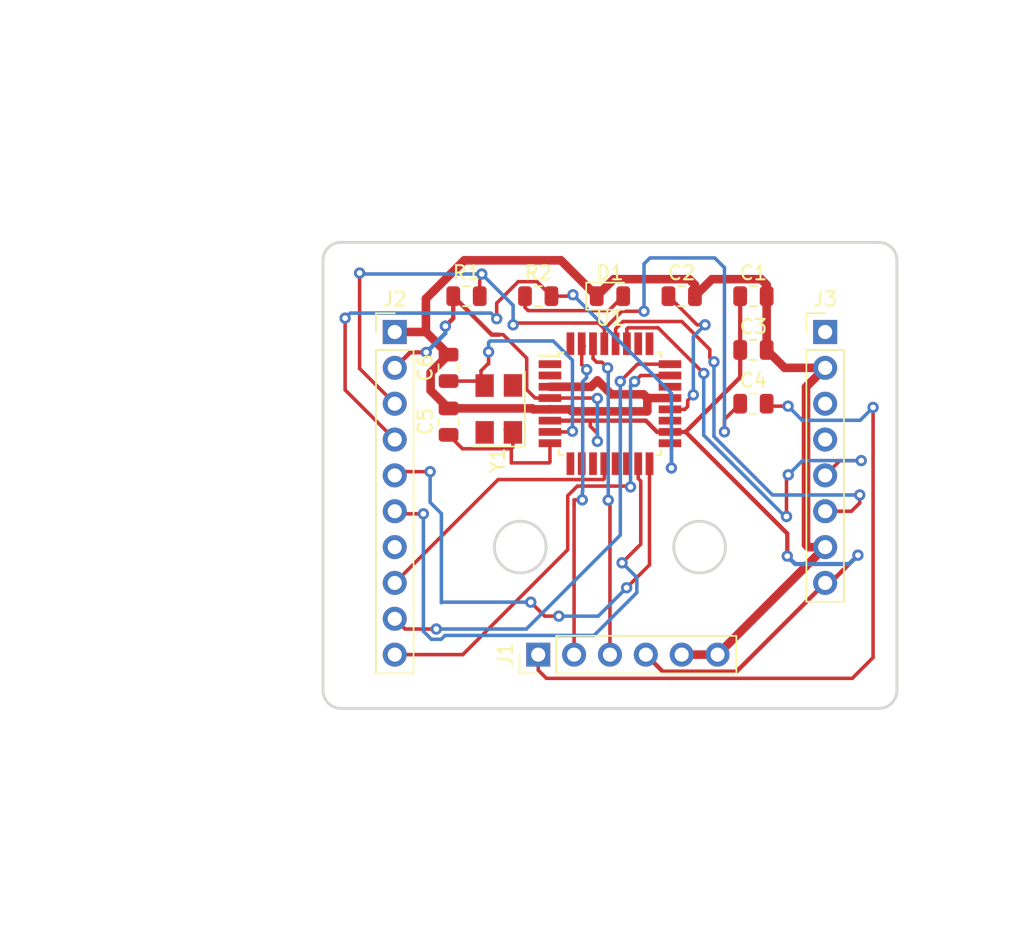
<source format=kicad_pcb>
(kicad_pcb (version 20171130) (host pcbnew "(5.0.0)")

  (general
    (thickness 1.6)
    (drawings 18)
    (tracks 312)
    (zones 0)
    (modules 14)
    (nets 35)
  )

  (page A4)
  (layers
    (0 F.Cu signal)
    (31 B.Cu signal)
    (32 B.Adhes user)
    (33 F.Adhes user)
    (34 B.Paste user)
    (35 F.Paste user)
    (36 B.SilkS user)
    (37 F.SilkS user)
    (38 B.Mask user)
    (39 F.Mask user)
    (40 Dwgs.User user)
    (41 Cmts.User user)
    (42 Eco1.User user)
    (43 Eco2.User user)
    (44 Edge.Cuts user)
    (45 Margin user)
    (46 B.CrtYd user)
    (47 F.CrtYd user)
    (48 B.Fab user)
    (49 F.Fab user)
  )

  (setup
    (last_trace_width 0.25)
    (user_trace_width 0.3048)
    (user_trace_width 0.6096)
    (trace_clearance 0.2)
    (zone_clearance 0.508)
    (zone_45_only no)
    (trace_min 0.2)
    (segment_width 0.2)
    (edge_width 0.2)
    (via_size 0.8)
    (via_drill 0.4)
    (via_min_size 0.4)
    (via_min_drill 0.3)
    (uvia_size 0.3)
    (uvia_drill 0.1)
    (uvias_allowed no)
    (uvia_min_size 0.2)
    (uvia_min_drill 0.1)
    (pcb_text_width 0.3)
    (pcb_text_size 1.5 1.5)
    (mod_edge_width 0.15)
    (mod_text_size 1 1)
    (mod_text_width 0.15)
    (pad_size 1.524 1.524)
    (pad_drill 0.762)
    (pad_to_mask_clearance 0.2)
    (aux_axis_origin 37.465 170.18)
    (visible_elements 7FFFFFFF)
    (pcbplotparams
      (layerselection 0x00008_7ffffffe)
      (usegerberextensions false)
      (usegerberattributes false)
      (usegerberadvancedattributes false)
      (creategerberjobfile false)
      (excludeedgelayer true)
      (linewidth 0.100000)
      (plotframeref false)
      (viasonmask false)
      (mode 1)
      (useauxorigin false)
      (hpglpennumber 1)
      (hpglpenspeed 20)
      (hpglpendiameter 15.000000)
      (psnegative false)
      (psa4output false)
      (plotreference true)
      (plotvalue true)
      (plotinvisibletext false)
      (padsonsilk false)
      (subtractmaskfromsilk false)
      (outputformat 1)
      (mirror false)
      (drillshape 0)
      (scaleselection 1)
      (outputdirectory "./"))
  )

  (net 0 "")
  (net 1 GND)
  (net 2 +5V)
  (net 3 "Net-(C2-Pad1)")
  (net 4 "Net-(C4-Pad2)")
  (net 5 RESET)
  (net 6 "Net-(C5-Pad1)")
  (net 7 "Net-(C6-Pad1)")
  (net 8 "Net-(D1-Pad2)")
  (net 9 TXD)
  (net 10 RXD)
  (net 11 SCK)
  (net 12 MISO)
  (net 13 MOSI)
  (net 14 PB0)
  (net 15 ADC1)
  (net 16 ADC0)
  (net 17 "Net-(J3-Pad1)")
  (net 18 "Net-(J3-Pad3)")
  (net 19 "Net-(J3-Pad4)")
  (net 20 SDA)
  (net 21 SCL)
  (net 22 "Net-(U1-Pad1)")
  (net 23 "Net-(U1-Pad2)")
  (net 24 "Net-(U1-Pad9)")
  (net 25 "Net-(U1-Pad10)")
  (net 26 "Net-(U1-Pad11)")
  (net 27 "Net-(U1-Pad14)")
  (net 28 "Net-(U1-Pad19)")
  (net 29 "Net-(U1-Pad22)")
  (net 30 "Net-(U1-Pad25)")
  (net 31 "Net-(U1-Pad26)")
  (net 32 "Net-(U1-Pad32)")
  (net 33 "Net-(J2-Pad7)")
  (net 34 "Net-(U1-Pad13)")

  (net_class Default "This is the default net class."
    (clearance 0.2)
    (trace_width 0.25)
    (via_dia 0.8)
    (via_drill 0.4)
    (uvia_dia 0.3)
    (uvia_drill 0.1)
    (add_net +5V)
    (add_net ADC0)
    (add_net ADC1)
    (add_net GND)
    (add_net MISO)
    (add_net MOSI)
    (add_net "Net-(C2-Pad1)")
    (add_net "Net-(C4-Pad2)")
    (add_net "Net-(C5-Pad1)")
    (add_net "Net-(C6-Pad1)")
    (add_net "Net-(D1-Pad2)")
    (add_net "Net-(J2-Pad7)")
    (add_net "Net-(J3-Pad1)")
    (add_net "Net-(J3-Pad3)")
    (add_net "Net-(J3-Pad4)")
    (add_net "Net-(U1-Pad1)")
    (add_net "Net-(U1-Pad10)")
    (add_net "Net-(U1-Pad11)")
    (add_net "Net-(U1-Pad13)")
    (add_net "Net-(U1-Pad14)")
    (add_net "Net-(U1-Pad19)")
    (add_net "Net-(U1-Pad2)")
    (add_net "Net-(U1-Pad22)")
    (add_net "Net-(U1-Pad25)")
    (add_net "Net-(U1-Pad26)")
    (add_net "Net-(U1-Pad32)")
    (add_net "Net-(U1-Pad9)")
    (add_net PB0)
    (add_net RESET)
    (add_net RXD)
    (add_net SCK)
    (add_net SCL)
    (add_net SDA)
    (add_net TXD)
  )

  (module Capacitor_SMD:C_0805_2012Metric (layer F.Cu) (tedit 5B36C52B) (tstamp 5C97E1FB)
    (at 213.36 83.82)
    (descr "Capacitor SMD 0805 (2012 Metric), square (rectangular) end terminal, IPC_7351 nominal, (Body size source: https://docs.google.com/spreadsheets/d/1BsfQQcO9C6DZCsRaXUlFlo91Tg2WpOkGARC1WS5S8t0/edit?usp=sharing), generated with kicad-footprint-generator")
    (tags capacitor)
    (path /5C0839D0)
    (attr smd)
    (fp_text reference C1 (at 0 -1.65) (layer F.SilkS)
      (effects (font (size 1 1) (thickness 0.15)))
    )
    (fp_text value 0.1u (at 0 1.65) (layer F.Fab)
      (effects (font (size 1 1) (thickness 0.15)))
    )
    (fp_text user %R (at 0 0) (layer F.Fab)
      (effects (font (size 0.5 0.5) (thickness 0.08)))
    )
    (fp_line (start 1.68 0.95) (end -1.68 0.95) (layer F.CrtYd) (width 0.05))
    (fp_line (start 1.68 -0.95) (end 1.68 0.95) (layer F.CrtYd) (width 0.05))
    (fp_line (start -1.68 -0.95) (end 1.68 -0.95) (layer F.CrtYd) (width 0.05))
    (fp_line (start -1.68 0.95) (end -1.68 -0.95) (layer F.CrtYd) (width 0.05))
    (fp_line (start -0.258578 0.71) (end 0.258578 0.71) (layer F.SilkS) (width 0.12))
    (fp_line (start -0.258578 -0.71) (end 0.258578 -0.71) (layer F.SilkS) (width 0.12))
    (fp_line (start 1 0.6) (end -1 0.6) (layer F.Fab) (width 0.1))
    (fp_line (start 1 -0.6) (end 1 0.6) (layer F.Fab) (width 0.1))
    (fp_line (start -1 -0.6) (end 1 -0.6) (layer F.Fab) (width 0.1))
    (fp_line (start -1 0.6) (end -1 -0.6) (layer F.Fab) (width 0.1))
    (pad 2 smd roundrect (at 0.9375 0) (size 0.975 1.4) (layers F.Cu F.Paste F.Mask) (roundrect_rratio 0.25)
      (net 1 GND))
    (pad 1 smd roundrect (at -0.9375 0) (size 0.975 1.4) (layers F.Cu F.Paste F.Mask) (roundrect_rratio 0.25)
      (net 2 +5V))
    (model ${KISYS3DMOD}/Capacitor_SMD.3dshapes/C_0805_2012Metric.wrl
      (at (xyz 0 0 0))
      (scale (xyz 1 1 1))
      (rotate (xyz 0 0 0))
    )
  )

  (module Capacitor_SMD:C_0805_2012Metric (layer F.Cu) (tedit 5B36C52B) (tstamp 5C97E20C)
    (at 208.28 83.82)
    (descr "Capacitor SMD 0805 (2012 Metric), square (rectangular) end terminal, IPC_7351 nominal, (Body size source: https://docs.google.com/spreadsheets/d/1BsfQQcO9C6DZCsRaXUlFlo91Tg2WpOkGARC1WS5S8t0/edit?usp=sharing), generated with kicad-footprint-generator")
    (tags capacitor)
    (path /5C083670)
    (attr smd)
    (fp_text reference C2 (at 0 -1.65) (layer F.SilkS)
      (effects (font (size 1 1) (thickness 0.15)))
    )
    (fp_text value 0.1u (at 0 1.65) (layer F.Fab)
      (effects (font (size 1 1) (thickness 0.15)))
    )
    (fp_line (start -1 0.6) (end -1 -0.6) (layer F.Fab) (width 0.1))
    (fp_line (start -1 -0.6) (end 1 -0.6) (layer F.Fab) (width 0.1))
    (fp_line (start 1 -0.6) (end 1 0.6) (layer F.Fab) (width 0.1))
    (fp_line (start 1 0.6) (end -1 0.6) (layer F.Fab) (width 0.1))
    (fp_line (start -0.258578 -0.71) (end 0.258578 -0.71) (layer F.SilkS) (width 0.12))
    (fp_line (start -0.258578 0.71) (end 0.258578 0.71) (layer F.SilkS) (width 0.12))
    (fp_line (start -1.68 0.95) (end -1.68 -0.95) (layer F.CrtYd) (width 0.05))
    (fp_line (start -1.68 -0.95) (end 1.68 -0.95) (layer F.CrtYd) (width 0.05))
    (fp_line (start 1.68 -0.95) (end 1.68 0.95) (layer F.CrtYd) (width 0.05))
    (fp_line (start 1.68 0.95) (end -1.68 0.95) (layer F.CrtYd) (width 0.05))
    (fp_text user %R (at 0 0) (layer F.Fab)
      (effects (font (size 0.5 0.5) (thickness 0.08)))
    )
    (pad 1 smd roundrect (at -0.9375 0) (size 0.975 1.4) (layers F.Cu F.Paste F.Mask) (roundrect_rratio 0.25)
      (net 3 "Net-(C2-Pad1)"))
    (pad 2 smd roundrect (at 0.9375 0) (size 0.975 1.4) (layers F.Cu F.Paste F.Mask) (roundrect_rratio 0.25)
      (net 1 GND))
    (model ${KISYS3DMOD}/Capacitor_SMD.3dshapes/C_0805_2012Metric.wrl
      (at (xyz 0 0 0))
      (scale (xyz 1 1 1))
      (rotate (xyz 0 0 0))
    )
  )

  (module Capacitor_SMD:C_0805_2012Metric (layer F.Cu) (tedit 5B36C52B) (tstamp 5C97E21D)
    (at 213.36 87.63)
    (descr "Capacitor SMD 0805 (2012 Metric), square (rectangular) end terminal, IPC_7351 nominal, (Body size source: https://docs.google.com/spreadsheets/d/1BsfQQcO9C6DZCsRaXUlFlo91Tg2WpOkGARC1WS5S8t0/edit?usp=sharing), generated with kicad-footprint-generator")
    (tags capacitor)
    (path /5C083A4F)
    (attr smd)
    (fp_text reference C3 (at 0 -1.65) (layer F.SilkS)
      (effects (font (size 1 1) (thickness 0.15)))
    )
    (fp_text value 0.1u (at 0 1.65) (layer F.Fab)
      (effects (font (size 1 1) (thickness 0.15)))
    )
    (fp_line (start -1 0.6) (end -1 -0.6) (layer F.Fab) (width 0.1))
    (fp_line (start -1 -0.6) (end 1 -0.6) (layer F.Fab) (width 0.1))
    (fp_line (start 1 -0.6) (end 1 0.6) (layer F.Fab) (width 0.1))
    (fp_line (start 1 0.6) (end -1 0.6) (layer F.Fab) (width 0.1))
    (fp_line (start -0.258578 -0.71) (end 0.258578 -0.71) (layer F.SilkS) (width 0.12))
    (fp_line (start -0.258578 0.71) (end 0.258578 0.71) (layer F.SilkS) (width 0.12))
    (fp_line (start -1.68 0.95) (end -1.68 -0.95) (layer F.CrtYd) (width 0.05))
    (fp_line (start -1.68 -0.95) (end 1.68 -0.95) (layer F.CrtYd) (width 0.05))
    (fp_line (start 1.68 -0.95) (end 1.68 0.95) (layer F.CrtYd) (width 0.05))
    (fp_line (start 1.68 0.95) (end -1.68 0.95) (layer F.CrtYd) (width 0.05))
    (fp_text user %R (at 0 0) (layer F.Fab)
      (effects (font (size 0.5 0.5) (thickness 0.08)))
    )
    (pad 1 smd roundrect (at -0.9375 0) (size 0.975 1.4) (layers F.Cu F.Paste F.Mask) (roundrect_rratio 0.25)
      (net 2 +5V))
    (pad 2 smd roundrect (at 0.9375 0) (size 0.975 1.4) (layers F.Cu F.Paste F.Mask) (roundrect_rratio 0.25)
      (net 1 GND))
    (model ${KISYS3DMOD}/Capacitor_SMD.3dshapes/C_0805_2012Metric.wrl
      (at (xyz 0 0 0))
      (scale (xyz 1 1 1))
      (rotate (xyz 0 0 0))
    )
  )

  (module Capacitor_SMD:C_0805_2012Metric (layer F.Cu) (tedit 5B36C52B) (tstamp 5C97E22E)
    (at 213.36 91.44)
    (descr "Capacitor SMD 0805 (2012 Metric), square (rectangular) end terminal, IPC_7351 nominal, (Body size source: https://docs.google.com/spreadsheets/d/1BsfQQcO9C6DZCsRaXUlFlo91Tg2WpOkGARC1WS5S8t0/edit?usp=sharing), generated with kicad-footprint-generator")
    (tags capacitor)
    (path /5C094DF8)
    (attr smd)
    (fp_text reference C4 (at 0 -1.65) (layer F.SilkS)
      (effects (font (size 1 1) (thickness 0.15)))
    )
    (fp_text value 0.1u (at 0 1.65) (layer F.Fab)
      (effects (font (size 1 1) (thickness 0.15)))
    )
    (fp_text user %R (at 0 0) (layer F.Fab)
      (effects (font (size 0.5 0.5) (thickness 0.08)))
    )
    (fp_line (start 1.68 0.95) (end -1.68 0.95) (layer F.CrtYd) (width 0.05))
    (fp_line (start 1.68 -0.95) (end 1.68 0.95) (layer F.CrtYd) (width 0.05))
    (fp_line (start -1.68 -0.95) (end 1.68 -0.95) (layer F.CrtYd) (width 0.05))
    (fp_line (start -1.68 0.95) (end -1.68 -0.95) (layer F.CrtYd) (width 0.05))
    (fp_line (start -0.258578 0.71) (end 0.258578 0.71) (layer F.SilkS) (width 0.12))
    (fp_line (start -0.258578 -0.71) (end 0.258578 -0.71) (layer F.SilkS) (width 0.12))
    (fp_line (start 1 0.6) (end -1 0.6) (layer F.Fab) (width 0.1))
    (fp_line (start 1 -0.6) (end 1 0.6) (layer F.Fab) (width 0.1))
    (fp_line (start -1 -0.6) (end 1 -0.6) (layer F.Fab) (width 0.1))
    (fp_line (start -1 0.6) (end -1 -0.6) (layer F.Fab) (width 0.1))
    (pad 2 smd roundrect (at 0.9375 0) (size 0.975 1.4) (layers F.Cu F.Paste F.Mask) (roundrect_rratio 0.25)
      (net 4 "Net-(C4-Pad2)"))
    (pad 1 smd roundrect (at -0.9375 0) (size 0.975 1.4) (layers F.Cu F.Paste F.Mask) (roundrect_rratio 0.25)
      (net 5 RESET))
    (model ${KISYS3DMOD}/Capacitor_SMD.3dshapes/C_0805_2012Metric.wrl
      (at (xyz 0 0 0))
      (scale (xyz 1 1 1))
      (rotate (xyz 0 0 0))
    )
  )

  (module Capacitor_SMD:C_0805_2012Metric (layer F.Cu) (tedit 5B36C52B) (tstamp 5C97E23F)
    (at 191.77 92.71 90)
    (descr "Capacitor SMD 0805 (2012 Metric), square (rectangular) end terminal, IPC_7351 nominal, (Body size source: https://docs.google.com/spreadsheets/d/1BsfQQcO9C6DZCsRaXUlFlo91Tg2WpOkGARC1WS5S8t0/edit?usp=sharing), generated with kicad-footprint-generator")
    (tags capacitor)
    (path /5C084FD2)
    (attr smd)
    (fp_text reference C5 (at 0 -1.65 90) (layer F.SilkS)
      (effects (font (size 1 1) (thickness 0.15)))
    )
    (fp_text value 22pF (at 0 1.65 90) (layer F.Fab)
      (effects (font (size 1 1) (thickness 0.15)))
    )
    (fp_text user %R (at 0 0 90) (layer F.Fab)
      (effects (font (size 0.5 0.5) (thickness 0.08)))
    )
    (fp_line (start 1.68 0.95) (end -1.68 0.95) (layer F.CrtYd) (width 0.05))
    (fp_line (start 1.68 -0.95) (end 1.68 0.95) (layer F.CrtYd) (width 0.05))
    (fp_line (start -1.68 -0.95) (end 1.68 -0.95) (layer F.CrtYd) (width 0.05))
    (fp_line (start -1.68 0.95) (end -1.68 -0.95) (layer F.CrtYd) (width 0.05))
    (fp_line (start -0.258578 0.71) (end 0.258578 0.71) (layer F.SilkS) (width 0.12))
    (fp_line (start -0.258578 -0.71) (end 0.258578 -0.71) (layer F.SilkS) (width 0.12))
    (fp_line (start 1 0.6) (end -1 0.6) (layer F.Fab) (width 0.1))
    (fp_line (start 1 -0.6) (end 1 0.6) (layer F.Fab) (width 0.1))
    (fp_line (start -1 -0.6) (end 1 -0.6) (layer F.Fab) (width 0.1))
    (fp_line (start -1 0.6) (end -1 -0.6) (layer F.Fab) (width 0.1))
    (pad 2 smd roundrect (at 0.9375 0 90) (size 0.975 1.4) (layers F.Cu F.Paste F.Mask) (roundrect_rratio 0.25)
      (net 1 GND))
    (pad 1 smd roundrect (at -0.9375 0 90) (size 0.975 1.4) (layers F.Cu F.Paste F.Mask) (roundrect_rratio 0.25)
      (net 6 "Net-(C5-Pad1)"))
    (model ${KISYS3DMOD}/Capacitor_SMD.3dshapes/C_0805_2012Metric.wrl
      (at (xyz 0 0 0))
      (scale (xyz 1 1 1))
      (rotate (xyz 0 0 0))
    )
  )

  (module Capacitor_SMD:C_0805_2012Metric (layer F.Cu) (tedit 5B36C52B) (tstamp 5C97EE29)
    (at 191.77 88.9 90)
    (descr "Capacitor SMD 0805 (2012 Metric), square (rectangular) end terminal, IPC_7351 nominal, (Body size source: https://docs.google.com/spreadsheets/d/1BsfQQcO9C6DZCsRaXUlFlo91Tg2WpOkGARC1WS5S8t0/edit?usp=sharing), generated with kicad-footprint-generator")
    (tags capacitor)
    (path /5C085074)
    (attr smd)
    (fp_text reference C6 (at 0 -1.65 90) (layer F.SilkS)
      (effects (font (size 1 1) (thickness 0.15)))
    )
    (fp_text value 22pF (at 0 1.65 90) (layer F.Fab)
      (effects (font (size 1 1) (thickness 0.15)))
    )
    (fp_line (start -1 0.6) (end -1 -0.6) (layer F.Fab) (width 0.1))
    (fp_line (start -1 -0.6) (end 1 -0.6) (layer F.Fab) (width 0.1))
    (fp_line (start 1 -0.6) (end 1 0.6) (layer F.Fab) (width 0.1))
    (fp_line (start 1 0.6) (end -1 0.6) (layer F.Fab) (width 0.1))
    (fp_line (start -0.258578 -0.71) (end 0.258578 -0.71) (layer F.SilkS) (width 0.12))
    (fp_line (start -0.258578 0.71) (end 0.258578 0.71) (layer F.SilkS) (width 0.12))
    (fp_line (start -1.68 0.95) (end -1.68 -0.95) (layer F.CrtYd) (width 0.05))
    (fp_line (start -1.68 -0.95) (end 1.68 -0.95) (layer F.CrtYd) (width 0.05))
    (fp_line (start 1.68 -0.95) (end 1.68 0.95) (layer F.CrtYd) (width 0.05))
    (fp_line (start 1.68 0.95) (end -1.68 0.95) (layer F.CrtYd) (width 0.05))
    (fp_text user %R (at 0 0 90) (layer F.Fab)
      (effects (font (size 0.5 0.5) (thickness 0.08)))
    )
    (pad 1 smd roundrect (at -0.9375 0 90) (size 0.975 1.4) (layers F.Cu F.Paste F.Mask) (roundrect_rratio 0.25)
      (net 7 "Net-(C6-Pad1)"))
    (pad 2 smd roundrect (at 0.9375 0 90) (size 0.975 1.4) (layers F.Cu F.Paste F.Mask) (roundrect_rratio 0.25)
      (net 1 GND))
    (model ${KISYS3DMOD}/Capacitor_SMD.3dshapes/C_0805_2012Metric.wrl
      (at (xyz 0 0 0))
      (scale (xyz 1 1 1))
      (rotate (xyz 0 0 0))
    )
  )

  (module LED_SMD:LED_0805_2012Metric (layer F.Cu) (tedit 5B36C52C) (tstamp 5C97E263)
    (at 203.2 83.82)
    (descr "LED SMD 0805 (2012 Metric), square (rectangular) end terminal, IPC_7351 nominal, (Body size source: https://docs.google.com/spreadsheets/d/1BsfQQcO9C6DZCsRaXUlFlo91Tg2WpOkGARC1WS5S8t0/edit?usp=sharing), generated with kicad-footprint-generator")
    (tags diode)
    (path /5C086275)
    (attr smd)
    (fp_text reference D1 (at 0 -1.65) (layer F.SilkS)
      (effects (font (size 1 1) (thickness 0.15)))
    )
    (fp_text value LED (at 0 1.65) (layer F.Fab)
      (effects (font (size 1 1) (thickness 0.15)))
    )
    (fp_line (start 1 -0.6) (end -0.7 -0.6) (layer F.Fab) (width 0.1))
    (fp_line (start -0.7 -0.6) (end -1 -0.3) (layer F.Fab) (width 0.1))
    (fp_line (start -1 -0.3) (end -1 0.6) (layer F.Fab) (width 0.1))
    (fp_line (start -1 0.6) (end 1 0.6) (layer F.Fab) (width 0.1))
    (fp_line (start 1 0.6) (end 1 -0.6) (layer F.Fab) (width 0.1))
    (fp_line (start 1 -0.96) (end -1.685 -0.96) (layer F.SilkS) (width 0.12))
    (fp_line (start -1.685 -0.96) (end -1.685 0.96) (layer F.SilkS) (width 0.12))
    (fp_line (start -1.685 0.96) (end 1 0.96) (layer F.SilkS) (width 0.12))
    (fp_line (start -1.68 0.95) (end -1.68 -0.95) (layer F.CrtYd) (width 0.05))
    (fp_line (start -1.68 -0.95) (end 1.68 -0.95) (layer F.CrtYd) (width 0.05))
    (fp_line (start 1.68 -0.95) (end 1.68 0.95) (layer F.CrtYd) (width 0.05))
    (fp_line (start 1.68 0.95) (end -1.68 0.95) (layer F.CrtYd) (width 0.05))
    (fp_text user %R (at 0 0) (layer F.Fab)
      (effects (font (size 0.5 0.5) (thickness 0.08)))
    )
    (pad 1 smd roundrect (at -0.9375 0) (size 0.975 1.4) (layers F.Cu F.Paste F.Mask) (roundrect_rratio 0.25)
      (net 1 GND))
    (pad 2 smd roundrect (at 0.9375 0) (size 0.975 1.4) (layers F.Cu F.Paste F.Mask) (roundrect_rratio 0.25)
      (net 8 "Net-(D1-Pad2)"))
    (model ${KISYS3DMOD}/LED_SMD.3dshapes/LED_0805_2012Metric.wrl
      (at (xyz 0 0 0))
      (scale (xyz 1 1 1))
      (rotate (xyz 0 0 0))
    )
  )

  (module Connector_PinHeader_2.54mm:PinHeader_1x06_P2.54mm_Vertical (layer F.Cu) (tedit 59FED5CC) (tstamp 5C97E27D)
    (at 198.12 109.22 90)
    (descr "Through hole straight pin header, 1x06, 2.54mm pitch, single row")
    (tags "Through hole pin header THT 1x06 2.54mm single row")
    (path /5C090DA4)
    (fp_text reference J1 (at 0 -2.33 90) (layer F.SilkS)
      (effects (font (size 1 1) (thickness 0.15)))
    )
    (fp_text value Conn_01x06 (at 0 15.03 90) (layer F.Fab)
      (effects (font (size 1 1) (thickness 0.15)))
    )
    (fp_line (start -0.635 -1.27) (end 1.27 -1.27) (layer F.Fab) (width 0.1))
    (fp_line (start 1.27 -1.27) (end 1.27 13.97) (layer F.Fab) (width 0.1))
    (fp_line (start 1.27 13.97) (end -1.27 13.97) (layer F.Fab) (width 0.1))
    (fp_line (start -1.27 13.97) (end -1.27 -0.635) (layer F.Fab) (width 0.1))
    (fp_line (start -1.27 -0.635) (end -0.635 -1.27) (layer F.Fab) (width 0.1))
    (fp_line (start -1.33 14.03) (end 1.33 14.03) (layer F.SilkS) (width 0.12))
    (fp_line (start -1.33 1.27) (end -1.33 14.03) (layer F.SilkS) (width 0.12))
    (fp_line (start 1.33 1.27) (end 1.33 14.03) (layer F.SilkS) (width 0.12))
    (fp_line (start -1.33 1.27) (end 1.33 1.27) (layer F.SilkS) (width 0.12))
    (fp_line (start -1.33 0) (end -1.33 -1.33) (layer F.SilkS) (width 0.12))
    (fp_line (start -1.33 -1.33) (end 0 -1.33) (layer F.SilkS) (width 0.12))
    (fp_line (start -1.8 -1.8) (end -1.8 14.5) (layer F.CrtYd) (width 0.05))
    (fp_line (start -1.8 14.5) (end 1.8 14.5) (layer F.CrtYd) (width 0.05))
    (fp_line (start 1.8 14.5) (end 1.8 -1.8) (layer F.CrtYd) (width 0.05))
    (fp_line (start 1.8 -1.8) (end -1.8 -1.8) (layer F.CrtYd) (width 0.05))
    (fp_text user %R (at 0 6.35 180) (layer F.Fab)
      (effects (font (size 1 1) (thickness 0.15)))
    )
    (pad 1 thru_hole rect (at 0 0 90) (size 1.7 1.7) (drill 1) (layers *.Cu *.Mask)
      (net 4 "Net-(C4-Pad2)"))
    (pad 2 thru_hole oval (at 0 2.54 90) (size 1.7 1.7) (drill 1) (layers *.Cu *.Mask)
      (net 9 TXD))
    (pad 3 thru_hole oval (at 0 5.08 90) (size 1.7 1.7) (drill 1) (layers *.Cu *.Mask)
      (net 10 RXD))
    (pad 4 thru_hole oval (at 0 7.62 90) (size 1.7 1.7) (drill 1) (layers *.Cu *.Mask)
      (net 2 +5V))
    (pad 5 thru_hole oval (at 0 10.16 90) (size 1.7 1.7) (drill 1) (layers *.Cu *.Mask)
      (net 1 GND))
    (pad 6 thru_hole oval (at 0 12.7 90) (size 1.7 1.7) (drill 1) (layers *.Cu *.Mask)
      (net 1 GND))
    (model ${KISYS3DMOD}/Connector_PinHeader_2.54mm.3dshapes/PinHeader_1x06_P2.54mm_Vertical.wrl
      (at (xyz 0 0 0))
      (scale (xyz 1 1 1))
      (rotate (xyz 0 0 0))
    )
  )

  (module Connector_PinHeader_2.54mm:PinHeader_1x10_P2.54mm_Vertical (layer F.Cu) (tedit 59FED5CC) (tstamp 5C97E29B)
    (at 187.96 86.36)
    (descr "Through hole straight pin header, 1x10, 2.54mm pitch, single row")
    (tags "Through hole pin header THT 1x10 2.54mm single row")
    (path /5C098CD3)
    (fp_text reference J2 (at 0 -2.33) (layer F.SilkS)
      (effects (font (size 1 1) (thickness 0.15)))
    )
    (fp_text value Conn_01x10 (at 0 25.19) (layer F.Fab)
      (effects (font (size 1 1) (thickness 0.15)))
    )
    (fp_line (start -0.635 -1.27) (end 1.27 -1.27) (layer F.Fab) (width 0.1))
    (fp_line (start 1.27 -1.27) (end 1.27 24.13) (layer F.Fab) (width 0.1))
    (fp_line (start 1.27 24.13) (end -1.27 24.13) (layer F.Fab) (width 0.1))
    (fp_line (start -1.27 24.13) (end -1.27 -0.635) (layer F.Fab) (width 0.1))
    (fp_line (start -1.27 -0.635) (end -0.635 -1.27) (layer F.Fab) (width 0.1))
    (fp_line (start -1.33 24.19) (end 1.33 24.19) (layer F.SilkS) (width 0.12))
    (fp_line (start -1.33 1.27) (end -1.33 24.19) (layer F.SilkS) (width 0.12))
    (fp_line (start 1.33 1.27) (end 1.33 24.19) (layer F.SilkS) (width 0.12))
    (fp_line (start -1.33 1.27) (end 1.33 1.27) (layer F.SilkS) (width 0.12))
    (fp_line (start -1.33 0) (end -1.33 -1.33) (layer F.SilkS) (width 0.12))
    (fp_line (start -1.33 -1.33) (end 0 -1.33) (layer F.SilkS) (width 0.12))
    (fp_line (start -1.8 -1.8) (end -1.8 24.65) (layer F.CrtYd) (width 0.05))
    (fp_line (start -1.8 24.65) (end 1.8 24.65) (layer F.CrtYd) (width 0.05))
    (fp_line (start 1.8 24.65) (end 1.8 -1.8) (layer F.CrtYd) (width 0.05))
    (fp_line (start 1.8 -1.8) (end -1.8 -1.8) (layer F.CrtYd) (width 0.05))
    (fp_text user %R (at 0 11.43 90) (layer F.Fab)
      (effects (font (size 1 1) (thickness 0.15)))
    )
    (pad 1 thru_hole rect (at 0 0) (size 1.7 1.7) (drill 1) (layers *.Cu *.Mask)
      (net 1 GND))
    (pad 2 thru_hole oval (at 0 2.54) (size 1.7 1.7) (drill 1) (layers *.Cu *.Mask)
      (net 2 +5V))
    (pad 3 thru_hole oval (at 0 5.08) (size 1.7 1.7) (drill 1) (layers *.Cu *.Mask)
      (net 5 RESET))
    (pad 4 thru_hole oval (at 0 7.62) (size 1.7 1.7) (drill 1) (layers *.Cu *.Mask)
      (net 11 SCK))
    (pad 5 thru_hole oval (at 0 10.16) (size 1.7 1.7) (drill 1) (layers *.Cu *.Mask)
      (net 12 MISO))
    (pad 6 thru_hole oval (at 0 12.7) (size 1.7 1.7) (drill 1) (layers *.Cu *.Mask)
      (net 13 MOSI))
    (pad 7 thru_hole oval (at 0 15.24) (size 1.7 1.7) (drill 1) (layers *.Cu *.Mask)
      (net 33 "Net-(J2-Pad7)"))
    (pad 8 thru_hole oval (at 0 17.78) (size 1.7 1.7) (drill 1) (layers *.Cu *.Mask)
      (net 14 PB0))
    (pad 9 thru_hole oval (at 0 20.32) (size 1.7 1.7) (drill 1) (layers *.Cu *.Mask)
      (net 15 ADC1))
    (pad 10 thru_hole oval (at 0 22.86) (size 1.7 1.7) (drill 1) (layers *.Cu *.Mask)
      (net 16 ADC0))
    (model ${KISYS3DMOD}/Connector_PinHeader_2.54mm.3dshapes/PinHeader_1x10_P2.54mm_Vertical.wrl
      (at (xyz 0 0 0))
      (scale (xyz 1 1 1))
      (rotate (xyz 0 0 0))
    )
  )

  (module Connector_PinHeader_2.54mm:PinHeader_1x08_P2.54mm_Vertical (layer F.Cu) (tedit 59FED5CC) (tstamp 5C97E2B7)
    (at 218.44 86.36)
    (descr "Through hole straight pin header, 1x08, 2.54mm pitch, single row")
    (tags "Through hole pin header THT 1x08 2.54mm single row")
    (path /5C8ED067)
    (fp_text reference J3 (at 0 -2.33) (layer F.SilkS)
      (effects (font (size 1 1) (thickness 0.15)))
    )
    (fp_text value Conn_01x08 (at 0 20.11) (layer F.Fab)
      (effects (font (size 1 1) (thickness 0.15)))
    )
    (fp_line (start -0.635 -1.27) (end 1.27 -1.27) (layer F.Fab) (width 0.1))
    (fp_line (start 1.27 -1.27) (end 1.27 19.05) (layer F.Fab) (width 0.1))
    (fp_line (start 1.27 19.05) (end -1.27 19.05) (layer F.Fab) (width 0.1))
    (fp_line (start -1.27 19.05) (end -1.27 -0.635) (layer F.Fab) (width 0.1))
    (fp_line (start -1.27 -0.635) (end -0.635 -1.27) (layer F.Fab) (width 0.1))
    (fp_line (start -1.33 19.11) (end 1.33 19.11) (layer F.SilkS) (width 0.12))
    (fp_line (start -1.33 1.27) (end -1.33 19.11) (layer F.SilkS) (width 0.12))
    (fp_line (start 1.33 1.27) (end 1.33 19.11) (layer F.SilkS) (width 0.12))
    (fp_line (start -1.33 1.27) (end 1.33 1.27) (layer F.SilkS) (width 0.12))
    (fp_line (start -1.33 0) (end -1.33 -1.33) (layer F.SilkS) (width 0.12))
    (fp_line (start -1.33 -1.33) (end 0 -1.33) (layer F.SilkS) (width 0.12))
    (fp_line (start -1.8 -1.8) (end -1.8 19.55) (layer F.CrtYd) (width 0.05))
    (fp_line (start -1.8 19.55) (end 1.8 19.55) (layer F.CrtYd) (width 0.05))
    (fp_line (start 1.8 19.55) (end 1.8 -1.8) (layer F.CrtYd) (width 0.05))
    (fp_line (start 1.8 -1.8) (end -1.8 -1.8) (layer F.CrtYd) (width 0.05))
    (fp_text user %R (at 0 8.89 90) (layer F.Fab)
      (effects (font (size 1 1) (thickness 0.15)))
    )
    (pad 1 thru_hole rect (at 0 0) (size 1.7 1.7) (drill 1) (layers *.Cu *.Mask)
      (net 17 "Net-(J3-Pad1)"))
    (pad 2 thru_hole oval (at 0 2.54) (size 1.7 1.7) (drill 1) (layers *.Cu *.Mask)
      (net 1 GND))
    (pad 3 thru_hole oval (at 0 5.08) (size 1.7 1.7) (drill 1) (layers *.Cu *.Mask)
      (net 18 "Net-(J3-Pad3)"))
    (pad 4 thru_hole oval (at 0 7.62) (size 1.7 1.7) (drill 1) (layers *.Cu *.Mask)
      (net 19 "Net-(J3-Pad4)"))
    (pad 5 thru_hole oval (at 0 10.16) (size 1.7 1.7) (drill 1) (layers *.Cu *.Mask)
      (net 20 SDA))
    (pad 6 thru_hole oval (at 0 12.7) (size 1.7 1.7) (drill 1) (layers *.Cu *.Mask)
      (net 21 SCL))
    (pad 7 thru_hole oval (at 0 15.24) (size 1.7 1.7) (drill 1) (layers *.Cu *.Mask)
      (net 1 GND))
    (pad 8 thru_hole oval (at 0 17.78) (size 1.7 1.7) (drill 1) (layers *.Cu *.Mask)
      (net 2 +5V))
    (model ${KISYS3DMOD}/Connector_PinHeader_2.54mm.3dshapes/PinHeader_1x08_P2.54mm_Vertical.wrl
      (at (xyz 0 0 0))
      (scale (xyz 1 1 1))
      (rotate (xyz 0 0 0))
    )
  )

  (module Resistor_SMD:R_0805_2012Metric (layer F.Cu) (tedit 5C97F07D) (tstamp 5C97E2C8)
    (at 193.04 83.82)
    (descr "Resistor SMD 0805 (2012 Metric), square (rectangular) end terminal, IPC_7351 nominal, (Body size source: https://docs.google.com/spreadsheets/d/1BsfQQcO9C6DZCsRaXUlFlo91Tg2WpOkGARC1WS5S8t0/edit?usp=sharing), generated with kicad-footprint-generator")
    (tags resistor)
    (path /5C096CB9)
    (attr smd)
    (fp_text reference R1 (at 0 -1.65) (layer F.SilkS)
      (effects (font (size 1 1) (thickness 0.15)))
    )
    (fp_text value 10K (at 0 1.65) (layer F.Fab)
      (effects (font (size 1 1) (thickness 0.15)))
    )
    (fp_text user %R (at 0 0) (layer F.Fab)
      (effects (font (size 0.5 0.5) (thickness 0.08)))
    )
    (fp_line (start 1.68 0.95) (end -1.68 0.95) (layer F.CrtYd) (width 0.05))
    (fp_line (start 1.68 -0.95) (end 1.68 0.95) (layer F.CrtYd) (width 0.05))
    (fp_line (start -1.68 -0.95) (end 1.68 -0.95) (layer F.CrtYd) (width 0.05))
    (fp_line (start -1.68 0.95) (end -1.68 -0.95) (layer F.CrtYd) (width 0.05))
    (fp_line (start -0.258578 0.71) (end 0.258578 0.71) (layer F.SilkS) (width 0.12))
    (fp_line (start -0.258578 -0.71) (end 0.258578 -0.71) (layer F.SilkS) (width 0.12))
    (fp_line (start 1 0.6) (end -1 0.6) (layer F.Fab) (width 0.1))
    (fp_line (start 1 -0.6) (end 1 0.6) (layer F.Fab) (width 0.1))
    (fp_line (start -1 -0.6) (end 1 -0.6) (layer F.Fab) (width 0.1))
    (fp_line (start -1 0.6) (end -1 -0.6) (layer F.Fab) (width 0.1))
    (pad 2 smd roundrect (at 0.9375 0) (size 0.975 1.4) (layers F.Cu F.Paste F.Mask) (roundrect_rratio 0.25)
      (net 5 RESET))
    (pad 1 smd roundrect (at -0.9375 0) (size 0.975 1.4) (layers F.Cu F.Paste F.Mask) (roundrect_rratio 0.25)
      (net 2 +5V))
    (model ${KISYS3DMOD}/Resistor_SMD.3dshapes/R_0805_2012Metric.wrl
      (at (xyz 0 0 0))
      (scale (xyz 1 1 1))
      (rotate (xyz 0 0 0))
    )
  )

  (module Resistor_SMD:R_0805_2012Metric (layer F.Cu) (tedit 5C97F07A) (tstamp 5C97E2D9)
    (at 198.12 83.82)
    (descr "Resistor SMD 0805 (2012 Metric), square (rectangular) end terminal, IPC_7351 nominal, (Body size source: https://docs.google.com/spreadsheets/d/1BsfQQcO9C6DZCsRaXUlFlo91Tg2WpOkGARC1WS5S8t0/edit?usp=sharing), generated with kicad-footprint-generator")
    (tags resistor)
    (path /5C0849FE)
    (attr smd)
    (fp_text reference R2 (at 0 -1.65) (layer F.SilkS)
      (effects (font (size 1 1) (thickness 0.15)))
    )
    (fp_text value 1K (at 0 1.65) (layer F.Fab)
      (effects (font (size 1 1) (thickness 0.15)))
    )
    (fp_line (start -1 0.6) (end -1 -0.6) (layer F.Fab) (width 0.1))
    (fp_line (start -1 -0.6) (end 1 -0.6) (layer F.Fab) (width 0.1))
    (fp_line (start 1 -0.6) (end 1 0.6) (layer F.Fab) (width 0.1))
    (fp_line (start 1 0.6) (end -1 0.6) (layer F.Fab) (width 0.1))
    (fp_line (start -0.258578 -0.71) (end 0.258578 -0.71) (layer F.SilkS) (width 0.12))
    (fp_line (start -0.258578 0.71) (end 0.258578 0.71) (layer F.SilkS) (width 0.12))
    (fp_line (start -1.68 0.95) (end -1.68 -0.95) (layer F.CrtYd) (width 0.05))
    (fp_line (start -1.68 -0.95) (end 1.68 -0.95) (layer F.CrtYd) (width 0.05))
    (fp_line (start 1.68 -0.95) (end 1.68 0.95) (layer F.CrtYd) (width 0.05))
    (fp_line (start 1.68 0.95) (end -1.68 0.95) (layer F.CrtYd) (width 0.05))
    (fp_text user %R (at 0 0) (layer F.Fab)
      (effects (font (size 0.5 0.5) (thickness 0.08)))
    )
    (pad 1 smd roundrect (at -0.9375 0) (size 0.975 1.4) (layers F.Cu F.Paste F.Mask) (roundrect_rratio 0.25)
      (net 8 "Net-(D1-Pad2)"))
    (pad 2 smd roundrect (at 0.9375 0) (size 0.975 1.4) (layers F.Cu F.Paste F.Mask) (roundrect_rratio 0.25)
      (net 11 SCK))
    (model ${KISYS3DMOD}/Resistor_SMD.3dshapes/R_0805_2012Metric.wrl
      (at (xyz 0 0 0))
      (scale (xyz 1 1 1))
      (rotate (xyz 0 0 0))
    )
  )

  (module Package_QFP:TQFP-32_7x7mm_P0.8mm (layer F.Cu) (tedit 5A02F146) (tstamp 5C97E310)
    (at 203.2 91.44)
    (descr "32-Lead Plastic Thin Quad Flatpack (PT) - 7x7x1.0 mm Body, 2.00 mm [TQFP] (see Microchip Packaging Specification 00000049BS.pdf)")
    (tags "QFP 0.8")
    (path /5C08303E)
    (attr smd)
    (fp_text reference U1 (at 0 -6.05) (layer F.SilkS)
      (effects (font (size 1 1) (thickness 0.15)))
    )
    (fp_text value ATmega328P-AU (at 0 6.05) (layer F.Fab)
      (effects (font (size 1 1) (thickness 0.15)))
    )
    (fp_text user %R (at 0 0) (layer F.Fab)
      (effects (font (size 1 1) (thickness 0.15)))
    )
    (fp_line (start -2.5 -3.5) (end 3.5 -3.5) (layer F.Fab) (width 0.15))
    (fp_line (start 3.5 -3.5) (end 3.5 3.5) (layer F.Fab) (width 0.15))
    (fp_line (start 3.5 3.5) (end -3.5 3.5) (layer F.Fab) (width 0.15))
    (fp_line (start -3.5 3.5) (end -3.5 -2.5) (layer F.Fab) (width 0.15))
    (fp_line (start -3.5 -2.5) (end -2.5 -3.5) (layer F.Fab) (width 0.15))
    (fp_line (start -5.3 -5.3) (end -5.3 5.3) (layer F.CrtYd) (width 0.05))
    (fp_line (start 5.3 -5.3) (end 5.3 5.3) (layer F.CrtYd) (width 0.05))
    (fp_line (start -5.3 -5.3) (end 5.3 -5.3) (layer F.CrtYd) (width 0.05))
    (fp_line (start -5.3 5.3) (end 5.3 5.3) (layer F.CrtYd) (width 0.05))
    (fp_line (start -3.625 -3.625) (end -3.625 -3.4) (layer F.SilkS) (width 0.15))
    (fp_line (start 3.625 -3.625) (end 3.625 -3.3) (layer F.SilkS) (width 0.15))
    (fp_line (start 3.625 3.625) (end 3.625 3.3) (layer F.SilkS) (width 0.15))
    (fp_line (start -3.625 3.625) (end -3.625 3.3) (layer F.SilkS) (width 0.15))
    (fp_line (start -3.625 -3.625) (end -3.3 -3.625) (layer F.SilkS) (width 0.15))
    (fp_line (start -3.625 3.625) (end -3.3 3.625) (layer F.SilkS) (width 0.15))
    (fp_line (start 3.625 3.625) (end 3.3 3.625) (layer F.SilkS) (width 0.15))
    (fp_line (start 3.625 -3.625) (end 3.3 -3.625) (layer F.SilkS) (width 0.15))
    (fp_line (start -3.625 -3.4) (end -5.05 -3.4) (layer F.SilkS) (width 0.15))
    (pad 1 smd rect (at -4.25 -2.8) (size 1.6 0.55) (layers F.Cu F.Paste F.Mask)
      (net 22 "Net-(U1-Pad1)"))
    (pad 2 smd rect (at -4.25 -2) (size 1.6 0.55) (layers F.Cu F.Paste F.Mask)
      (net 23 "Net-(U1-Pad2)"))
    (pad 3 smd rect (at -4.25 -1.2) (size 1.6 0.55) (layers F.Cu F.Paste F.Mask)
      (net 1 GND))
    (pad 4 smd rect (at -4.25 -0.4) (size 1.6 0.55) (layers F.Cu F.Paste F.Mask)
      (net 2 +5V))
    (pad 5 smd rect (at -4.25 0.4) (size 1.6 0.55) (layers F.Cu F.Paste F.Mask)
      (net 1 GND))
    (pad 6 smd rect (at -4.25 1.2) (size 1.6 0.55) (layers F.Cu F.Paste F.Mask)
      (net 2 +5V))
    (pad 7 smd rect (at -4.25 2) (size 1.6 0.55) (layers F.Cu F.Paste F.Mask)
      (net 7 "Net-(C6-Pad1)"))
    (pad 8 smd rect (at -4.25 2.8) (size 1.6 0.55) (layers F.Cu F.Paste F.Mask)
      (net 6 "Net-(C5-Pad1)"))
    (pad 9 smd rect (at -2.8 4.25 90) (size 1.6 0.55) (layers F.Cu F.Paste F.Mask)
      (net 24 "Net-(U1-Pad9)"))
    (pad 10 smd rect (at -2 4.25 90) (size 1.6 0.55) (layers F.Cu F.Paste F.Mask)
      (net 25 "Net-(U1-Pad10)"))
    (pad 11 smd rect (at -1.2 4.25 90) (size 1.6 0.55) (layers F.Cu F.Paste F.Mask)
      (net 26 "Net-(U1-Pad11)"))
    (pad 12 smd rect (at -0.4 4.25 90) (size 1.6 0.55) (layers F.Cu F.Paste F.Mask)
      (net 14 PB0))
    (pad 13 smd rect (at 0.4 4.25 90) (size 1.6 0.55) (layers F.Cu F.Paste F.Mask)
      (net 34 "Net-(U1-Pad13)"))
    (pad 14 smd rect (at 1.2 4.25 90) (size 1.6 0.55) (layers F.Cu F.Paste F.Mask)
      (net 27 "Net-(U1-Pad14)"))
    (pad 15 smd rect (at 2 4.25 90) (size 1.6 0.55) (layers F.Cu F.Paste F.Mask)
      (net 13 MOSI))
    (pad 16 smd rect (at 2.8 4.25 90) (size 1.6 0.55) (layers F.Cu F.Paste F.Mask)
      (net 12 MISO))
    (pad 17 smd rect (at 4.25 2.8) (size 1.6 0.55) (layers F.Cu F.Paste F.Mask)
      (net 11 SCK))
    (pad 18 smd rect (at 4.25 2) (size 1.6 0.55) (layers F.Cu F.Paste F.Mask)
      (net 2 +5V))
    (pad 19 smd rect (at 4.25 1.2) (size 1.6 0.55) (layers F.Cu F.Paste F.Mask)
      (net 28 "Net-(U1-Pad19)"))
    (pad 20 smd rect (at 4.25 0.4) (size 1.6 0.55) (layers F.Cu F.Paste F.Mask)
      (net 3 "Net-(C2-Pad1)"))
    (pad 21 smd rect (at 4.25 -0.4) (size 1.6 0.55) (layers F.Cu F.Paste F.Mask)
      (net 1 GND))
    (pad 22 smd rect (at 4.25 -1.2) (size 1.6 0.55) (layers F.Cu F.Paste F.Mask)
      (net 29 "Net-(U1-Pad22)"))
    (pad 23 smd rect (at 4.25 -2) (size 1.6 0.55) (layers F.Cu F.Paste F.Mask)
      (net 16 ADC0))
    (pad 24 smd rect (at 4.25 -2.8) (size 1.6 0.55) (layers F.Cu F.Paste F.Mask)
      (net 15 ADC1))
    (pad 25 smd rect (at 2.8 -4.25 90) (size 1.6 0.55) (layers F.Cu F.Paste F.Mask)
      (net 30 "Net-(U1-Pad25)"))
    (pad 26 smd rect (at 2 -4.25 90) (size 1.6 0.55) (layers F.Cu F.Paste F.Mask)
      (net 31 "Net-(U1-Pad26)"))
    (pad 27 smd rect (at 1.2 -4.25 90) (size 1.6 0.55) (layers F.Cu F.Paste F.Mask)
      (net 20 SDA))
    (pad 28 smd rect (at 0.4 -4.25 90) (size 1.6 0.55) (layers F.Cu F.Paste F.Mask)
      (net 21 SCL))
    (pad 29 smd rect (at -0.4 -4.25 90) (size 1.6 0.55) (layers F.Cu F.Paste F.Mask)
      (net 5 RESET))
    (pad 30 smd rect (at -1.2 -4.25 90) (size 1.6 0.55) (layers F.Cu F.Paste F.Mask)
      (net 10 RXD))
    (pad 31 smd rect (at -2 -4.25 90) (size 1.6 0.55) (layers F.Cu F.Paste F.Mask)
      (net 9 TXD))
    (pad 32 smd rect (at -2.8 -4.25 90) (size 1.6 0.55) (layers F.Cu F.Paste F.Mask)
      (net 32 "Net-(U1-Pad32)"))
    (model ${KISYS3DMOD}/Package_QFP.3dshapes/TQFP-32_7x7mm_P0.8mm.wrl
      (at (xyz 0 0 0))
      (scale (xyz 1 1 1))
      (rotate (xyz 0 0 0))
    )
  )

  (module Crystal_SMD_5032x_4pin:Crystal_SMD_5032X-4Pin_5.0x3.2mm (layer F.Cu) (tedit 5B97686D) (tstamp 5CC20E70)
    (at 195.326 91.821 90)
    (descr "SMD Crystal SERIES SMD2520/4 http://www.icbase.com/File/PDF/HKC/HKC00061008.pdf, 5.0x3.2mm^2 package")
    (tags "SMD SMT crystal")
    (path /5C084A9F)
    (attr smd)
    (fp_text reference Y1 (at -3.6322 -0.0889 90) (layer F.SilkS)
      (effects (font (size 1 1) (thickness 0.15)))
    )
    (fp_text value Crystal (at 0 2.8 90) (layer F.Fab)
      (effects (font (size 1 1) (thickness 0.15)))
    )
    (fp_text user %R (at 0 0 90) (layer F.Fab)
      (effects (font (size 1 1) (thickness 0.15)))
    )
    (fp_line (start -2.3 -1.6) (end 2.3 -1.6) (layer F.Fab) (width 0.1))
    (fp_line (start 2.3 -1.6) (end 2.5 -1.4) (layer F.Fab) (width 0.1))
    (fp_line (start 2.5 -1.4) (end 2.5 1.4) (layer F.Fab) (width 0.1))
    (fp_line (start 2.5 1.4) (end 2.3 1.6) (layer F.Fab) (width 0.1))
    (fp_line (start 2.3 1.6) (end -2.3 1.6) (layer F.Fab) (width 0.1))
    (fp_line (start -2.3 1.6) (end -2.5 1.4) (layer F.Fab) (width 0.1))
    (fp_line (start -2.5 1.4) (end -2.5 -1.4) (layer F.Fab) (width 0.1))
    (fp_line (start -2.5 -1.4) (end -2.3 -1.6) (layer F.Fab) (width 0.1))
    (fp_line (start -2.5 0.6) (end -1.5 1.6) (layer F.Fab) (width 0.1))
    (fp_line (start -2.65 -1.85) (end -2.65 1.85) (layer F.SilkS) (width 0.12))
    (fp_line (start -2.65 1.85) (end 2.65 1.85) (layer F.SilkS) (width 0.12))
    (fp_line (start -2.8 -1.9) (end -2.8 1.9) (layer F.CrtYd) (width 0.05))
    (fp_line (start -2.8 1.9) (end 2.8 1.9) (layer F.CrtYd) (width 0.05))
    (fp_line (start 2.8 1.9) (end 2.8 -1.9) (layer F.CrtYd) (width 0.05))
    (fp_line (start 2.8 -1.9) (end -2.8 -1.9) (layer F.CrtYd) (width 0.05))
    (pad 1 smd rect (at -1.65 1 90) (size 1.6 1.3) (layers F.Cu F.Paste F.Mask)
      (net 6 "Net-(C5-Pad1)"))
    (pad 2 smd rect (at 1.6637 -1.0033 90) (size 1.6 1.3) (layers F.Cu F.Paste F.Mask)
      (net 7 "Net-(C6-Pad1)"))
    (pad 3 smd rect (at 1.6764 1.0033 90) (size 1.6 1.3) (layers F.Cu F.Paste F.Mask))
    (pad 4 smd rect (at -1.65 -1 90) (size 1.6 1.3) (layers F.Cu F.Paste F.Mask))
    (model ${KISYS3DMOD}/Crystal.3dshapes/Crystal_SMD_5032-4Pin_5.0x3.2mm.wrl
      (at (xyz 0 0 0))
      (scale (xyz 1 1 1))
      (rotate (xyz 0 0 0))
    )
  )

  (gr_circle (center 209.55 101.6) (end 211.38162 101.6) (layer Edge.Cuts) (width 0.2))
  (gr_text "Outer Edge Limit\n" (at 231.14 101.6 90) (layer Dwgs.User) (tstamp 5C97F632)
    (effects (font (size 1.5 1.5) (thickness 0.3)))
  )
  (gr_text "Outer Edge Limit\n" (at 203.2 128.27) (layer Dwgs.User)
    (effects (font (size 1.5 1.5) (thickness 0.3)))
  )
  (gr_arc (start 184.15 111.76) (end 182.88 111.76) (angle -90) (layer Edge.Cuts) (width 0.2))
  (gr_arc (start 184.15 81.28) (end 184.15 80.01) (angle -90) (layer Edge.Cuts) (width 0.2))
  (gr_arc (start 222.25 81.28) (end 223.52 81.28) (angle -90) (layer Edge.Cuts) (width 0.2))
  (gr_arc (start 222.25 111.76) (end 222.25 113.03) (angle -90) (layer Edge.Cuts) (width 0.2))
  (gr_line (start 182.88 111.76) (end 182.88 81.28) (layer Edge.Cuts) (width 0.2))
  (gr_line (start 222.25 113.03) (end 184.15 113.03) (layer Edge.Cuts) (width 0.2))
  (gr_line (start 223.52 81.28) (end 223.52 111.76) (layer Edge.Cuts) (width 0.2))
  (gr_line (start 184.15 80.01) (end 222.25 80.01) (layer Edge.Cuts) (width 0.2))
  (dimension 50.8 (width 0.3) (layer Dwgs.User)
    (gr_text "2.0000 in" (at 165.54 101.6 270) (layer Dwgs.User)
      (effects (font (size 1.5 1.5) (thickness 0.3)))
    )
    (feature1 (pts (xy 180.34 127) (xy 167.053579 127)))
    (feature2 (pts (xy 180.34 76.2) (xy 167.053579 76.2)))
    (crossbar (pts (xy 167.64 76.2) (xy 167.64 127)))
    (arrow1a (pts (xy 167.64 127) (xy 167.053579 125.873496)))
    (arrow1b (pts (xy 167.64 127) (xy 168.226421 125.873496)))
    (arrow2a (pts (xy 167.64 76.2) (xy 167.053579 77.326504)))
    (arrow2b (pts (xy 167.64 76.2) (xy 168.226421 77.326504)))
  )
  (dimension 50.8 (width 0.3) (layer Dwgs.User)
    (gr_text "2.0000 in" (at 203.2 63.94) (layer Dwgs.User)
      (effects (font (size 1.5 1.5) (thickness 0.3)))
    )
    (feature1 (pts (xy 228.6 78.74) (xy 228.6 65.453579)))
    (feature2 (pts (xy 177.8 78.74) (xy 177.8 65.453579)))
    (crossbar (pts (xy 177.8 66.04) (xy 228.6 66.04)))
    (arrow1a (pts (xy 228.6 66.04) (xy 227.473496 66.626421)))
    (arrow1b (pts (xy 228.6 66.04) (xy 227.473496 65.453579)))
    (arrow2a (pts (xy 177.8 66.04) (xy 178.926504 66.626421)))
    (arrow2b (pts (xy 177.8 66.04) (xy 178.926504 65.453579)))
  )
  (gr_line (start 177.8 127) (end 177.8 76.2) (layer Dwgs.User) (width 0.2))
  (gr_line (start 228.6 127) (end 177.8 127) (layer Dwgs.User) (width 0.2))
  (gr_line (start 228.6 76.2) (end 228.6 127) (layer Dwgs.User) (width 0.2))
  (gr_line (start 177.8 76.2) (end 228.6 76.2) (layer Dwgs.User) (width 0.2))
  (gr_circle (center 196.85 101.6) (end 198.68162 101.6) (layer Edge.Cuts) (width 0.2) (tstamp 5C97EB40))

  (segment (start 190.1675 86.36) (end 191.77 87.9625) (width 0.6096) (layer F.Cu) (net 1))
  (segment (start 187.96 86.36) (end 190.1675 86.36) (width 0.6096) (layer F.Cu) (net 1))
  (segment (start 191.213763 91.216263) (end 191.77 91.7725) (width 0.6096) (layer F.Cu) (net 1))
  (segment (start 190.5 90.5025) (end 191.213763 91.216263) (width 0.6096) (layer F.Cu) (net 1))
  (segment (start 190.5 89.2325) (end 190.5 90.5025) (width 0.6096) (layer F.Cu) (net 1))
  (segment (start 191.77 87.9625) (end 190.5 89.2325) (width 0.6096) (layer F.Cu) (net 1))
  (segment (start 190.1675 83.996376) (end 190.1675 86.36) (width 0.6096) (layer F.Cu) (net 1))
  (segment (start 192.883876 81.28) (end 190.1675 83.996376) (width 0.6096) (layer F.Cu) (net 1))
  (segment (start 199.7225 81.28) (end 192.883876 81.28) (width 0.6096) (layer F.Cu) (net 1))
  (segment (start 202.2625 83.82) (end 199.7225 81.28) (width 0.6096) (layer F.Cu) (net 1))
  (segment (start 197.766358 91.84) (end 198.95 91.84) (width 0.6096) (layer F.Cu) (net 1))
  (segment (start 197.698858 91.7725) (end 197.766358 91.84) (width 0.6096) (layer F.Cu) (net 1))
  (segment (start 191.77 91.7725) (end 197.698858 91.7725) (width 0.6096) (layer F.Cu) (net 1))
  (segment (start 202.818737 83.263763) (end 202.2625 83.82) (width 0.6096) (layer F.Cu) (net 1))
  (segment (start 203.46731 82.61519) (end 202.818737 83.263763) (width 0.6096) (layer F.Cu) (net 1))
  (segment (start 208.81269 82.61519) (end 203.46731 82.61519) (width 0.6096) (layer F.Cu) (net 1))
  (segment (start 209.2175 83.02) (end 208.81269 82.61519) (width 0.6096) (layer F.Cu) (net 1))
  (segment (start 209.2175 83.82) (end 209.2175 83.02) (width 0.6096) (layer F.Cu) (net 1))
  (segment (start 209.773737 83.263763) (end 209.2175 83.82) (width 0.6096) (layer F.Cu) (net 1))
  (segment (start 210.42231 82.61519) (end 209.773737 83.263763) (width 0.6096) (layer F.Cu) (net 1))
  (segment (start 213.89269 82.61519) (end 210.42231 82.61519) (width 0.6096) (layer F.Cu) (net 1))
  (segment (start 214.2975 83.02) (end 213.89269 82.61519) (width 0.6096) (layer F.Cu) (net 1))
  (segment (start 214.2975 83.82) (end 214.2975 83.02) (width 0.6096) (layer F.Cu) (net 1))
  (segment (start 214.2975 83.82) (end 214.2975 87.63) (width 0.6096) (layer F.Cu) (net 1))
  (segment (start 215.5675 88.9) (end 214.2975 87.63) (width 0.6096) (layer F.Cu) (net 1))
  (segment (start 218.44 88.9) (end 215.5675 88.9) (width 0.6096) (layer F.Cu) (net 1))
  (segment (start 217.590001 89.749999) (end 218.44 88.9) (width 0.6096) (layer F.Cu) (net 1))
  (segment (start 217.085199 90.254801) (end 217.590001 89.749999) (width 0.6096) (layer F.Cu) (net 1))
  (segment (start 217.085199 101.44728) (end 217.085199 90.254801) (width 0.6096) (layer F.Cu) (net 1))
  (segment (start 217.237919 101.6) (end 217.085199 101.44728) (width 0.6096) (layer F.Cu) (net 1))
  (segment (start 218.44 101.6) (end 217.237919 101.6) (width 0.6096) (layer F.Cu) (net 1))
  (segment (start 211.669999 108.370001) (end 218.44 101.6) (width 0.6096) (layer F.Cu) (net 1))
  (segment (start 210.82 109.22) (end 211.669999 108.370001) (width 0.6096) (layer F.Cu) (net 1))
  (segment (start 208.28 109.22) (end 210.82 109.22) (width 0.6096) (layer F.Cu) (net 1))
  (segment (start 207.429801 91.019801) (end 207.45 91.04) (width 0.6096) (layer F.Cu) (net 1))
  (segment (start 198.95 90.24) (end 201.86 90.24) (width 0.6096) (layer F.Cu) (net 1))
  (segment (start 201.86 90.24) (end 202.311 89.789) (width 0.6096) (layer F.Cu) (net 1))
  (segment (start 203.299572 90.777572) (end 205.585572 90.777572) (width 0.6096) (layer F.Cu) (net 1))
  (segment (start 202.311 89.789) (end 203.299572 90.777572) (width 0.6096) (layer F.Cu) (net 1))
  (segment (start 205.848 91.04) (end 207.45 91.04) (width 0.6096) (layer F.Cu) (net 1))
  (segment (start 205.585572 90.777572) (end 205.848 91.04) (width 0.6096) (layer F.Cu) (net 1))
  (segment (start 198.95 91.84) (end 200.3596 91.84) (width 0.6096) (layer F.Cu) (net 1))
  (segment (start 200.50239 91.98279) (end 200.3596 91.84) (width 0.6096) (layer F.Cu) (net 1))
  (segment (start 200.50239 91.98279) (end 205.83221 91.98279) (width 0.6096) (layer F.Cu) (net 1))
  (segment (start 205.848 91.967) (end 205.848 91.04) (width 0.6096) (layer F.Cu) (net 1))
  (segment (start 205.83221 91.98279) (end 205.848 91.967) (width 0.6096) (layer F.Cu) (net 1))
  (segment (start 206.540678 93.44) (end 207.45 93.44) (width 0.3048) (layer F.Cu) (net 2))
  (segment (start 205.740678 92.64) (end 206.540678 93.44) (width 0.3048) (layer F.Cu) (net 2))
  (segment (start 212.4225 87.63) (end 212.4225 83.82) (width 0.3048) (layer F.Cu) (net 2))
  (segment (start 212.4225 88.43) (end 212.4225 87.63) (width 0.3048) (layer F.Cu) (net 2))
  (segment (start 212.4225 89.5723) (end 212.4225 88.43) (width 0.3048) (layer F.Cu) (net 2))
  (segment (start 208.5548 93.44) (end 212.4225 89.5723) (width 0.3048) (layer F.Cu) (net 2))
  (segment (start 207.45 93.44) (end 208.5548 93.44) (width 0.3048) (layer F.Cu) (net 2))
  (via (at 191.54648 85.94344) (size 0.8) (drill 0.4) (layers F.Cu B.Cu) (net 2))
  (segment (start 192.1025 83.82) (end 192.1025 85.38742) (width 0.3048) (layer F.Cu) (net 2))
  (segment (start 192.1025 85.38742) (end 191.54648 85.94344) (width 0.3048) (layer F.Cu) (net 2))
  (via (at 190.19012 87.80272) (size 0.8) (drill 0.4) (layers F.Cu B.Cu) (net 2))
  (segment (start 191.54648 85.94344) (end 191.54648 86.44636) (width 0.3048) (layer B.Cu) (net 2))
  (segment (start 191.54648 86.44636) (end 190.19012 87.80272) (width 0.3048) (layer B.Cu) (net 2))
  (segment (start 189.05728 87.80272) (end 187.96 88.9) (width 0.3048) (layer F.Cu) (net 2))
  (segment (start 190.19012 87.80272) (end 189.05728 87.80272) (width 0.3048) (layer F.Cu) (net 2))
  (segment (start 194.83046 86.54796) (end 195.372282 86.54796) (width 0.3048) (layer F.Cu) (net 2))
  (segment (start 192.1025 83.82) (end 194.83046 86.54796) (width 0.3048) (layer F.Cu) (net 2))
  (segment (start 206.589999 110.069999) (end 205.74 109.22) (width 0.3048) (layer F.Cu) (net 2))
  (segment (start 206.942401 110.422401) (end 206.589999 110.069999) (width 0.3048) (layer F.Cu) (net 2))
  (segment (start 212.157599 110.422401) (end 206.942401 110.422401) (width 0.3048) (layer F.Cu) (net 2))
  (segment (start 218.44 104.14) (end 212.157599 110.422401) (width 0.3048) (layer F.Cu) (net 2))
  (via (at 215.75776 102.24008) (size 0.8) (drill 0.4) (layers F.Cu B.Cu) (net 2))
  (segment (start 208.5548 93.44) (end 215.75776 100.64296) (width 0.3048) (layer F.Cu) (net 2))
  (segment (start 215.75776 100.64296) (end 215.75776 102.24008) (width 0.3048) (layer F.Cu) (net 2))
  (via (at 220.76156 102.17404) (size 0.8) (drill 0.4) (layers F.Cu B.Cu) (net 2))
  (segment (start 220.133199 102.802401) (end 220.76156 102.17404) (width 0.3048) (layer B.Cu) (net 2))
  (segment (start 215.75776 102.24008) (end 216.320081 102.802401) (width 0.3048) (layer B.Cu) (net 2))
  (segment (start 216.320081 102.802401) (end 220.133199 102.802401) (width 0.3048) (layer B.Cu) (net 2))
  (segment (start 218.7956 104.14) (end 218.44 104.14) (width 0.3048) (layer F.Cu) (net 2))
  (segment (start 220.76156 102.17404) (end 218.7956 104.14) (width 0.3048) (layer F.Cu) (net 2))
  (segment (start 197.9 91.04) (end 198.95 91.04) (width 0.25) (layer F.Cu) (net 2))
  (segment (start 197.304301 90.444301) (end 197.9 91.04) (width 0.25) (layer F.Cu) (net 2))
  (segment (start 197.304301 88.211301) (end 197.304301 90.444301) (width 0.25) (layer F.Cu) (net 2))
  (segment (start 195.64096 86.54796) (end 197.304301 88.211301) (width 0.25) (layer F.Cu) (net 2))
  (segment (start 195.372282 86.54796) (end 195.64096 86.54796) (width 0.25) (layer F.Cu) (net 2))
  (segment (start 198.95 92.64) (end 200 92.64) (width 0.25) (layer F.Cu) (net 2))
  (segment (start 202.311 92.64) (end 205.740678 92.64) (width 0.3048) (layer F.Cu) (net 2))
  (via (at 202.306209 91.063791) (size 0.8) (drill 0.4) (layers F.Cu B.Cu) (net 2))
  (segment (start 198.95 91.04) (end 202.282418 91.04) (width 0.25) (layer F.Cu) (net 2))
  (segment (start 202.282418 91.04) (end 202.306209 91.063791) (width 0.25) (layer F.Cu) (net 2))
  (via (at 202.311 94.107) (size 0.8) (drill 0.4) (layers F.Cu B.Cu) (net 2))
  (segment (start 202.306209 91.063791) (end 202.306209 94.102209) (width 0.25) (layer B.Cu) (net 2))
  (segment (start 202.306209 94.102209) (end 202.311 94.107) (width 0.25) (layer B.Cu) (net 2))
  (segment (start 201.803 93.033315) (end 201.803 92.64) (width 0.25) (layer F.Cu) (net 2))
  (segment (start 202.311 93.541315) (end 201.803 93.033315) (width 0.25) (layer F.Cu) (net 2))
  (segment (start 202.311 94.107) (end 202.311 93.541315) (width 0.25) (layer F.Cu) (net 2))
  (segment (start 198.95 92.64) (end 201.803 92.64) (width 0.3048) (layer F.Cu) (net 2))
  (segment (start 201.803 92.64) (end 202.311 92.64) (width 0.3048) (layer F.Cu) (net 2))
  (via (at 209.93608 85.852) (size 0.8) (drill 0.4) (layers F.Cu B.Cu) (net 3))
  (segment (start 207.3425 83.82) (end 209.3745 85.852) (width 0.25) (layer F.Cu) (net 3))
  (segment (start 209.3745 85.852) (end 209.93608 85.852) (width 0.25) (layer F.Cu) (net 3))
  (via (at 209.10296 90.81516) (size 0.8) (drill 0.4) (layers F.Cu B.Cu) (net 3))
  (segment (start 209.10296 88.863318) (end 209.10296 90.81516) (width 0.25) (layer B.Cu) (net 3))
  (segment (start 209.93608 85.852) (end 209.10296 86.68512) (width 0.25) (layer B.Cu) (net 3))
  (segment (start 209.10296 86.68512) (end 209.10296 88.863318) (width 0.25) (layer B.Cu) (net 3))
  (segment (start 208.5 91.84) (end 207.45 91.84) (width 0.25) (layer F.Cu) (net 3))
  (segment (start 208.702961 91.637039) (end 208.5 91.84) (width 0.25) (layer F.Cu) (net 3))
  (segment (start 208.702961 91.215159) (end 208.702961 91.637039) (width 0.25) (layer F.Cu) (net 3))
  (segment (start 209.10296 90.81516) (end 208.702961 91.215159) (width 0.25) (layer F.Cu) (net 3))
  (segment (start 198.699811 110.899811) (end 220.361909 110.899811) (width 0.25) (layer F.Cu) (net 4))
  (segment (start 198.12 109.22) (end 198.12 110.32) (width 0.25) (layer F.Cu) (net 4))
  (segment (start 198.12 110.32) (end 198.699811 110.899811) (width 0.25) (layer F.Cu) (net 4))
  (via (at 221.83344 91.70416) (size 0.8) (drill 0.4) (layers F.Cu B.Cu) (net 4))
  (segment (start 220.361909 110.899811) (end 221.83344 109.42828) (width 0.25) (layer F.Cu) (net 4))
  (segment (start 221.83344 109.42828) (end 221.83344 91.70416) (width 0.25) (layer F.Cu) (net 4))
  (via (at 215.81364 91.61272) (size 0.8) (drill 0.4) (layers F.Cu B.Cu) (net 4))
  (segment (start 216.815921 92.615001) (end 215.81364 91.61272) (width 0.25) (layer B.Cu) (net 4))
  (segment (start 221.83344 91.70416) (end 220.922599 92.615001) (width 0.25) (layer B.Cu) (net 4))
  (segment (start 220.922599 92.615001) (end 216.815921 92.615001) (width 0.25) (layer B.Cu) (net 4))
  (segment (start 214.47022 91.61272) (end 214.2975 91.44) (width 0.25) (layer F.Cu) (net 4))
  (segment (start 215.81364 91.61272) (end 214.47022 91.61272) (width 0.25) (layer F.Cu) (net 4))
  (via (at 194.12204 82.25028) (size 0.8) (drill 0.4) (layers F.Cu B.Cu) (net 5))
  (segment (start 193.9775 83.82) (end 193.9775 82.39482) (width 0.25) (layer F.Cu) (net 5))
  (segment (start 193.9775 82.39482) (end 194.12204 82.25028) (width 0.25) (layer F.Cu) (net 5))
  (via (at 185.4708 82.17916) (size 0.8) (drill 0.4) (layers F.Cu B.Cu) (net 5))
  (segment (start 194.12204 82.25028) (end 185.54192 82.25028) (width 0.25) (layer B.Cu) (net 5))
  (segment (start 185.54192 82.25028) (end 185.4708 82.17916) (width 0.25) (layer B.Cu) (net 5))
  (segment (start 185.4708 88.9508) (end 187.96 91.44) (width 0.25) (layer F.Cu) (net 5))
  (segment (start 185.4708 82.17916) (end 185.4708 88.9508) (width 0.25) (layer F.Cu) (net 5))
  (via (at 211.30768 93.43136) (size 0.8) (drill 0.4) (layers F.Cu B.Cu) (net 5))
  (segment (start 210.62188 81.11236) (end 211.30768 81.79816) (width 0.25) (layer B.Cu) (net 5))
  (segment (start 211.30768 81.79816) (end 211.30768 93.43136) (width 0.25) (layer B.Cu) (net 5))
  (segment (start 211.30768 92.55482) (end 212.4225 91.44) (width 0.25) (layer F.Cu) (net 5))
  (segment (start 211.30768 93.43136) (end 211.30768 92.55482) (width 0.25) (layer F.Cu) (net 5))
  (segment (start 210.62188 81.11236) (end 206.03464 81.11236) (width 0.25) (layer B.Cu) (net 5))
  (via (at 205.613 84.889989) (size 0.8) (drill 0.4) (layers F.Cu B.Cu) (net 5))
  (segment (start 206.03464 81.11236) (end 205.613 81.534) (width 0.25) (layer B.Cu) (net 5))
  (segment (start 205.613 81.534) (end 205.613 84.889989) (width 0.25) (layer B.Cu) (net 5))
  (segment (start 204.050011 84.889989) (end 202.8 86.14) (width 0.25) (layer F.Cu) (net 5))
  (segment (start 205.613 84.889989) (end 204.050011 84.889989) (width 0.25) (layer F.Cu) (net 5))
  (via (at 196.342 85.852) (size 0.8) (drill 0.4) (layers F.Cu B.Cu) (net 5))
  (segment (start 196.469 85.725) (end 196.342 85.852) (width 0.25) (layer F.Cu) (net 5))
  (segment (start 202.8 86.14) (end 202.385 85.725) (width 0.25) (layer F.Cu) (net 5))
  (segment (start 202.385 85.725) (end 196.469 85.725) (width 0.25) (layer F.Cu) (net 5))
  (segment (start 196.342 84.47024) (end 194.12204 82.25028) (width 0.25) (layer B.Cu) (net 5))
  (segment (start 196.342 85.852) (end 196.342 84.47024) (width 0.25) (layer B.Cu) (net 5))
  (segment (start 202.8 86.14) (end 202.8 87.19) (width 0.25) (layer F.Cu) (net 5))
  (segment (start 195.78 93.29) (end 196.530001 94.040001) (width 0.25) (layer F.Cu) (net 6))
  (segment (start 195.98 93.09) (end 195.78 93.29) (width 0.25) (layer F.Cu) (net 6))
  (segment (start 196.58 93.09) (end 195.98 93.09) (width 0.25) (layer F.Cu) (net 6))
  (segment (start 196.072 93.621) (end 196.072 93.471) (width 0.25) (layer F.Cu) (net 6))
  (segment (start 196.326 94.521) (end 196.215 94.632) (width 0.25) (layer F.Cu) (net 6))
  (segment (start 196.326 93.471) (end 196.326 94.521) (width 0.25) (layer F.Cu) (net 6))
  (segment (start 192.7545 94.632) (end 191.77 93.6475) (width 0.25) (layer F.Cu) (net 6))
  (segment (start 196.215 94.632) (end 192.7545 94.632) (width 0.25) (layer F.Cu) (net 6))
  (segment (start 198.891 95.631) (end 196.215 95.631) (width 0.25) (layer F.Cu) (net 6))
  (segment (start 198.95 94.24) (end 198.95 95.572) (width 0.25) (layer F.Cu) (net 6))
  (segment (start 198.95 95.572) (end 198.891 95.631) (width 0.25) (layer F.Cu) (net 6))
  (segment (start 196.215 95.631) (end 196.215 94.632) (width 0.25) (layer F.Cu) (net 6))
  (via (at 200.54316 93.3924) (size 0.8) (drill 0.4) (layers F.Cu B.Cu) (net 7))
  (segment (start 198.95 93.44) (end 200.49556 93.44) (width 0.25) (layer F.Cu) (net 7))
  (segment (start 200.49556 93.44) (end 200.54316 93.3924) (width 0.25) (layer F.Cu) (net 7))
  (via (at 194.60464 87.77224) (size 0.8) (drill 0.4) (layers F.Cu B.Cu) (net 7))
  (segment (start 194.71132 87.87892) (end 194.60464 87.77224) (width 0.25) (layer B.Cu) (net 7))
  (segment (start 194.60464 87.77224) (end 194.60464 88.61464) (width 0.25) (layer F.Cu) (net 7))
  (segment (start 194.0687 89.1073) (end 194.0687 90.1573) (width 0.25) (layer F.Cu) (net 7))
  (segment (start 194.56136 88.61464) (end 194.0687 89.1073) (width 0.25) (layer F.Cu) (net 7))
  (segment (start 194.60464 88.61464) (end 194.56136 88.61464) (width 0.25) (layer F.Cu) (net 7))
  (segment (start 193.7489 89.8375) (end 194.0687 90.1573) (width 0.25) (layer F.Cu) (net 7))
  (segment (start 191.77 89.8375) (end 193.7489 89.8375) (width 0.25) (layer F.Cu) (net 7))
  (segment (start 199.17664 86.995) (end 194.71132 86.995) (width 0.25) (layer B.Cu) (net 7))
  (segment (start 200.54316 93.3924) (end 200.54316 88.36152) (width 0.25) (layer B.Cu) (net 7))
  (segment (start 200.54316 88.36152) (end 199.17664 86.995) (width 0.25) (layer B.Cu) (net 7))
  (segment (start 194.60464 87.10168) (end 194.60464 87.77224) (width 0.25) (layer B.Cu) (net 7))
  (segment (start 194.71132 86.995) (end 194.60464 87.10168) (width 0.25) (layer B.Cu) (net 7))
  (segment (start 203.581263 84.376237) (end 204.1375 83.82) (width 0.25) (layer F.Cu) (net 8))
  (segment (start 203.11249 84.84501) (end 203.581263 84.376237) (width 0.25) (layer F.Cu) (net 8))
  (segment (start 197.40751 84.84501) (end 203.11249 84.84501) (width 0.25) (layer F.Cu) (net 8))
  (segment (start 197.1825 84.62) (end 197.40751 84.84501) (width 0.25) (layer F.Cu) (net 8))
  (segment (start 197.1825 83.82) (end 197.1825 84.62) (width 0.25) (layer F.Cu) (net 8))
  (segment (start 200.66 109.22) (end 200.66 98.58248) (width 0.25) (layer F.Cu) (net 9))
  (segment (start 201.38136 87.37136) (end 201.2 87.19) (width 0.25) (layer F.Cu) (net 9))
  (via (at 201.23912 98.25228) (size 0.8) (drill 0.4) (layers F.Cu B.Cu) (net 9))
  (segment (start 201.26816 98.22324) (end 201.23912 98.25228) (width 0.25) (layer B.Cu) (net 9))
  (segment (start 200.66 98.265715) (end 200.66 98.58248) (width 0.25) (layer F.Cu) (net 9))
  (segment (start 200.673435 98.25228) (end 200.66 98.265715) (width 0.25) (layer F.Cu) (net 9))
  (segment (start 201.23912 98.25228) (end 200.673435 98.25228) (width 0.25) (layer F.Cu) (net 9))
  (via (at 201.549 89.027) (size 0.8) (drill 0.4) (layers F.Cu B.Cu) (net 9))
  (segment (start 201.2 87.19) (end 201.2 88.678) (width 0.25) (layer F.Cu) (net 9))
  (segment (start 201.2 88.678) (end 201.549 89.027) (width 0.25) (layer F.Cu) (net 9))
  (segment (start 201.23912 97.686595) (end 201.23912 98.25228) (width 0.25) (layer B.Cu) (net 9))
  (segment (start 201.268161 97.657554) (end 201.23912 97.686595) (width 0.25) (layer B.Cu) (net 9))
  (segment (start 201.268161 89.873524) (end 201.268161 97.657554) (width 0.25) (layer B.Cu) (net 9))
  (segment (start 201.549 89.592685) (end 201.268161 89.873524) (width 0.25) (layer B.Cu) (net 9))
  (segment (start 201.549 89.027) (end 201.549 89.592685) (width 0.25) (layer B.Cu) (net 9))
  (via (at 203.07808 98.27768) (size 0.8) (drill 0.4) (layers F.Cu B.Cu) (net 10))
  (segment (start 203.2 109.22) (end 203.2 98.3996) (width 0.25) (layer F.Cu) (net 10))
  (segment (start 203.2 98.3996) (end 203.07808 98.27768) (width 0.25) (layer F.Cu) (net 10))
  (via (at 203.03236 88.9) (size 0.8) (drill 0.4) (layers F.Cu B.Cu) (net 10))
  (segment (start 203.07808 98.27768) (end 203.07808 88.94572) (width 0.25) (layer B.Cu) (net 10))
  (segment (start 203.07808 88.94572) (end 203.03236 88.9) (width 0.25) (layer B.Cu) (net 10))
  (segment (start 202 88.24) (end 202 87.19) (width 0.25) (layer F.Cu) (net 10))
  (segment (start 202.260001 88.500001) (end 202 88.24) (width 0.25) (layer F.Cu) (net 10))
  (segment (start 202.632361 88.500001) (end 202.260001 88.500001) (width 0.25) (layer F.Cu) (net 10))
  (segment (start 203.03236 88.9) (end 202.632361 88.500001) (width 0.25) (layer F.Cu) (net 10))
  (via (at 200.57872 83.72348) (size 0.8) (drill 0.4) (layers F.Cu B.Cu) (net 11))
  (segment (start 199.0575 83.82) (end 200.4822 83.82) (width 0.25) (layer F.Cu) (net 11))
  (segment (start 200.4822 83.82) (end 200.57872 83.72348) (width 0.25) (layer F.Cu) (net 11))
  (via (at 207.55356 95.99676) (size 0.8) (drill 0.4) (layers F.Cu B.Cu) (net 11))
  (segment (start 200.57872 83.72348) (end 207.55356 90.69832) (width 0.25) (layer B.Cu) (net 11))
  (segment (start 207.55356 90.69832) (end 207.55356 95.99676) (width 0.25) (layer B.Cu) (net 11))
  (segment (start 207.55356 94.34356) (end 207.45 94.24) (width 0.25) (layer F.Cu) (net 11))
  (segment (start 207.55356 95.99676) (end 207.55356 94.34356) (width 0.25) (layer F.Cu) (net 11))
  (via (at 195.17868 85.4202) (size 0.8) (drill 0.4) (layers F.Cu B.Cu) (net 11))
  (segment (start 195.17868 84.31947) (end 195.17868 85.4202) (width 0.25) (layer F.Cu) (net 11))
  (segment (start 196.70316 82.79499) (end 195.17868 84.31947) (width 0.25) (layer F.Cu) (net 11))
  (segment (start 199.0575 83.82) (end 198.03249 82.79499) (width 0.25) (layer F.Cu) (net 11))
  (segment (start 198.03249 82.79499) (end 196.70316 82.79499) (width 0.25) (layer F.Cu) (net 11))
  (via (at 184.44464 85.37956) (size 0.8) (drill 0.4) (layers F.Cu B.Cu) (net 11))
  (segment (start 184.803999 85.020201) (end 184.44464 85.37956) (width 0.25) (layer B.Cu) (net 11))
  (segment (start 195.17868 85.4202) (end 194.778681 85.020201) (width 0.25) (layer B.Cu) (net 11))
  (segment (start 194.778681 85.020201) (end 184.803999 85.020201) (width 0.25) (layer B.Cu) (net 11))
  (segment (start 184.44464 90.46464) (end 187.96 93.98) (width 0.25) (layer F.Cu) (net 11))
  (segment (start 184.44464 85.37956) (end 184.44464 90.46464) (width 0.25) (layer F.Cu) (net 11))
  (via (at 204.37856 104.48036) (size 0.8) (drill 0.4) (layers F.Cu B.Cu) (net 12))
  (segment (start 206 95.69) (end 206 102.85892) (width 0.25) (layer F.Cu) (net 12))
  (segment (start 206 102.85892) (end 204.37856 104.48036) (width 0.25) (layer F.Cu) (net 12))
  (via (at 199.57796 106.49204) (size 0.8) (drill 0.4) (layers F.Cu B.Cu) (net 12))
  (segment (start 204.37856 104.48036) (end 202.36688 106.49204) (width 0.25) (layer B.Cu) (net 12))
  (segment (start 202.36688 106.49204) (end 199.57796 106.49204) (width 0.25) (layer B.Cu) (net 12))
  (via (at 197.59168 105.50144) (size 0.8) (drill 0.4) (layers F.Cu B.Cu) (net 12))
  (segment (start 199.57796 106.49204) (end 198.58228 106.49204) (width 0.25) (layer F.Cu) (net 12))
  (segment (start 198.58228 106.49204) (end 197.59168 105.50144) (width 0.25) (layer F.Cu) (net 12))
  (via (at 190.46444 96.25584) (size 0.8) (drill 0.4) (layers F.Cu B.Cu) (net 12))
  (segment (start 190.46444 98.42808) (end 190.46444 96.25584) (width 0.25) (layer B.Cu) (net 12))
  (segment (start 188.22416 96.25584) (end 187.96 96.52) (width 0.25) (layer F.Cu) (net 12))
  (segment (start 190.46444 96.25584) (end 188.22416 96.25584) (width 0.25) (layer F.Cu) (net 12))
  (segment (start 191.262 99.22564) (end 191.262 105.537) (width 0.25) (layer B.Cu) (net 12))
  (segment (start 190.46444 98.42808) (end 191.262 99.22564) (width 0.25) (layer B.Cu) (net 12))
  (segment (start 191.29756 105.50144) (end 197.59168 105.50144) (width 0.25) (layer B.Cu) (net 12))
  (segment (start 191.262 105.537) (end 191.29756 105.50144) (width 0.25) (layer B.Cu) (net 12))
  (via (at 204.05852 102.71252) (size 0.8) (drill 0.4) (layers F.Cu B.Cu) (net 13))
  (segment (start 205.381521 101.389519) (end 204.05852 102.71252) (width 0.25) (layer F.Cu) (net 13))
  (segment (start 205.381521 96.921521) (end 205.381521 101.389519) (width 0.25) (layer F.Cu) (net 13))
  (segment (start 205.2 95.69) (end 205.2 96.74) (width 0.25) (layer F.Cu) (net 13))
  (segment (start 205.2 96.74) (end 205.381521 96.921521) (width 0.25) (layer F.Cu) (net 13))
  (via (at 189.98692 99.24288) (size 0.8) (drill 0.4) (layers F.Cu B.Cu) (net 13))
  (segment (start 189.98692 107.565042) (end 189.98692 99.24288) (width 0.25) (layer B.Cu) (net 13))
  (segment (start 190.553319 108.131441) (end 189.98692 107.565042) (width 0.25) (layer B.Cu) (net 13))
  (segment (start 205.103561 103.757561) (end 205.103561 104.828361) (width 0.25) (layer B.Cu) (net 13))
  (segment (start 204.05852 102.71252) (end 205.103561 103.757561) (width 0.25) (layer B.Cu) (net 13))
  (segment (start 205.103561 104.828361) (end 202.075472 107.85645) (width 0.25) (layer B.Cu) (net 13))
  (segment (start 202.075472 107.85645) (end 191.524312 107.85645) (width 0.25) (layer B.Cu) (net 13))
  (segment (start 191.524312 107.85645) (end 191.249321 108.131441) (width 0.25) (layer B.Cu) (net 13))
  (segment (start 191.249321 108.131441) (end 190.553319 108.131441) (width 0.25) (layer B.Cu) (net 13))
  (segment (start 188.14288 99.24288) (end 187.96 99.06) (width 0.25) (layer F.Cu) (net 13))
  (segment (start 189.98692 99.24288) (end 188.14288 99.24288) (width 0.25) (layer F.Cu) (net 13))
  (segment (start 202.8 96.74) (end 202.8 95.69) (width 0.25) (layer F.Cu) (net 14))
  (segment (start 202.724999 96.815001) (end 202.8 96.74) (width 0.25) (layer F.Cu) (net 14))
  (segment (start 195.284999 96.815001) (end 202.724999 96.815001) (width 0.25) (layer F.Cu) (net 14))
  (segment (start 187.96 104.14) (end 195.284999 96.815001) (width 0.25) (layer F.Cu) (net 14))
  (via (at 203.93152 89.86012) (size 0.8) (drill 0.4) (layers F.Cu B.Cu) (net 15))
  (segment (start 207.45 88.64) (end 205.15164 88.64) (width 0.25) (layer F.Cu) (net 15))
  (segment (start 205.15164 88.64) (end 203.93152 89.86012) (width 0.25) (layer F.Cu) (net 15))
  (segment (start 203.93152 89.86012) (end 203.93152 100.75164) (width 0.25) (layer B.Cu) (net 15))
  (via (at 190.90132 107.40644) (size 0.8) (drill 0.4) (layers F.Cu B.Cu) (net 15))
  (segment (start 203.93152 100.75164) (end 197.27672 107.40644) (width 0.25) (layer B.Cu) (net 15))
  (segment (start 197.27672 107.40644) (end 190.90132 107.40644) (width 0.25) (layer B.Cu) (net 15))
  (segment (start 188.68644 107.40644) (end 187.96 106.68) (width 0.25) (layer F.Cu) (net 15))
  (segment (start 190.90132 107.40644) (end 188.68644 107.40644) (width 0.25) (layer F.Cu) (net 15))
  (via (at 204.65652 97.33788) (size 0.8) (drill 0.4) (layers F.Cu B.Cu) (net 16))
  (segment (start 187.96 109.22) (end 192.7744 109.22) (width 0.25) (layer F.Cu) (net 16))
  (segment (start 192.7744 109.22) (end 200.20999 101.78441) (width 0.25) (layer F.Cu) (net 16))
  (segment (start 200.20999 101.78441) (end 200.20999 97.959488) (width 0.25) (layer F.Cu) (net 16))
  (segment (start 200.20999 97.959488) (end 200.891119 97.278359) (width 0.25) (layer F.Cu) (net 16))
  (segment (start 200.891119 97.278359) (end 204.596999 97.278359) (width 0.25) (layer F.Cu) (net 16))
  (segment (start 204.596999 97.278359) (end 204.65652 97.33788) (width 0.25) (layer F.Cu) (net 16))
  (via (at 204.944174 89.872771) (size 0.8) (drill 0.4) (layers F.Cu B.Cu) (net 16))
  (segment (start 204.65652 97.33788) (end 204.65652 90.160425) (width 0.25) (layer B.Cu) (net 16))
  (segment (start 204.65652 90.160425) (end 204.944174 89.872771) (width 0.25) (layer B.Cu) (net 16))
  (segment (start 205.376945 89.44) (end 207.45 89.44) (width 0.25) (layer F.Cu) (net 16))
  (segment (start 204.944174 89.872771) (end 205.376945 89.44) (width 0.25) (layer F.Cu) (net 16))
  (segment (start 204.475001 86.064999) (end 206.535001 86.064999) (width 0.25) (layer F.Cu) (net 20))
  (segment (start 204.4 87.19) (end 204.4 86.14) (width 0.25) (layer F.Cu) (net 20))
  (segment (start 204.4 86.14) (end 204.475001 86.064999) (width 0.25) (layer F.Cu) (net 20))
  (via (at 209.841 89.293288) (size 0.8) (drill 0.4) (layers F.Cu B.Cu) (net 20))
  (segment (start 206.535001 86.064999) (end 206.612711 86.064999) (width 0.25) (layer F.Cu) (net 20))
  (segment (start 206.612711 86.064999) (end 209.841 89.293288) (width 0.25) (layer F.Cu) (net 20))
  (via (at 215.70188 99.43084) (size 0.8) (drill 0.4) (layers F.Cu B.Cu) (net 20))
  (segment (start 215.597748 99.43084) (end 215.70188 99.43084) (width 0.25) (layer B.Cu) (net 20))
  (segment (start 209.841 89.293288) (end 209.841 93.674092) (width 0.25) (layer B.Cu) (net 20))
  (segment (start 209.841 93.674092) (end 215.597748 99.43084) (width 0.25) (layer B.Cu) (net 20))
  (via (at 215.82888 96.47936) (size 0.8) (drill 0.4) (layers F.Cu B.Cu) (net 20))
  (segment (start 215.70188 99.43084) (end 215.70188 96.60636) (width 0.25) (layer F.Cu) (net 20))
  (segment (start 215.70188 96.60636) (end 215.82888 96.47936) (width 0.25) (layer F.Cu) (net 20))
  (via (at 220.99524 95.47352) (size 0.8) (drill 0.4) (layers F.Cu B.Cu) (net 20))
  (segment (start 215.82888 96.47936) (end 216.83472 95.47352) (width 0.25) (layer B.Cu) (net 20))
  (segment (start 216.83472 95.47352) (end 220.99524 95.47352) (width 0.25) (layer B.Cu) (net 20))
  (segment (start 219.48648 95.47352) (end 218.44 96.52) (width 0.25) (layer F.Cu) (net 20))
  (segment (start 220.99524 95.47352) (end 219.48648 95.47352) (width 0.25) (layer F.Cu) (net 20))
  (segment (start 208.286829 85.614989) (end 210.27136 87.59952) (width 0.25) (layer F.Cu) (net 21))
  (segment (start 204.125011 85.614989) (end 208.286829 85.614989) (width 0.25) (layer F.Cu) (net 21))
  (segment (start 203.6 87.19) (end 203.6 86.14) (width 0.25) (layer F.Cu) (net 21))
  (segment (start 203.6 86.14) (end 204.125011 85.614989) (width 0.25) (layer F.Cu) (net 21))
  (via (at 220.88856 97.90684) (size 0.8) (drill 0.4) (layers F.Cu B.Cu) (net 21))
  (segment (start 219.642081 99.06) (end 218.44 99.06) (width 0.25) (layer F.Cu) (net 21))
  (segment (start 220.301085 99.06) (end 219.642081 99.06) (width 0.25) (layer F.Cu) (net 21))
  (segment (start 220.88856 98.472525) (end 220.301085 99.06) (width 0.25) (layer F.Cu) (net 21))
  (segment (start 220.88856 97.90684) (end 220.88856 98.472525) (width 0.25) (layer F.Cu) (net 21))
  (via (at 210.566 88.47328) (size 0.8) (drill 0.4) (layers F.Cu B.Cu) (net 21))
  (segment (start 210.27136 87.59952) (end 210.27136 88.17864) (width 0.25) (layer F.Cu) (net 21))
  (segment (start 210.27136 88.17864) (end 210.566 88.47328) (width 0.25) (layer F.Cu) (net 21))
  (segment (start 220.322875 97.90684) (end 220.88856 97.90684) (width 0.25) (layer B.Cu) (net 21))
  (segment (start 214.710158 97.90684) (end 220.322875 97.90684) (width 0.25) (layer B.Cu) (net 21))
  (segment (start 210.566 93.762682) (end 214.710158 97.90684) (width 0.25) (layer B.Cu) (net 21))
  (segment (start 210.566 88.47328) (end 210.566 93.762682) (width 0.25) (layer B.Cu) (net 21))

)

</source>
